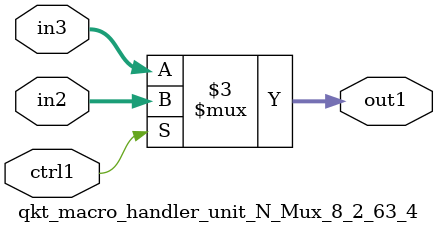
<source format=v>

`timescale 1ps / 1ps


module qkt_macro_handler_unit_N_Mux_8_2_63_4( in3, in2, ctrl1, out1 );

    input [7:0] in3;
    input [7:0] in2;
    input ctrl1;
    output [7:0] out1;
    reg [7:0] out1;

    
    // rtl_process:qkt_macro_handler_unit_N_Mux_8_2_63_4/qkt_macro_handler_unit_N_Mux_8_2_63_4_thread_1
    always @*
      begin : qkt_macro_handler_unit_N_Mux_8_2_63_4_thread_1
        case (ctrl1) 
          1'b1: 
            begin
              out1 = in2;
            end
          default: 
            begin
              out1 = in3;
            end
        endcase
      end

endmodule



</source>
